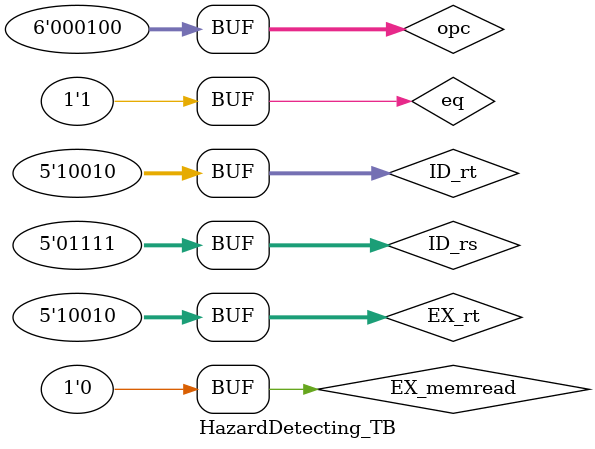
<source format=v>
module HazardDetecting (input EX_memread, eq, input [4:0] ID_rt, ID_rs, EX_rt, input [5:0] opc,
                         output pc_ld, IF_ID_reg_ld, hazard_detected, flush, is_beq, is_bne, is_jmp);
  
  //hazard_detected goes to sel of mux
  
  assign is_beq = (opc == 6'b000100) ? 1'b1 : 1'b0;
  assign is_bne = (opc == 6'b000101) ? 1'b1 : 1'b0;
  
  wire beq_cond, bne_cond;
  assign beq_cond = (is_beq && eq);
  assign bne_cond = (is_bne && ~eq);
  
  assign is_jmp = (opc == 6'b000010) ? 1'b1 : 1'b0;
  
  assign flush = (beq_cond || bne_cond || is_jmp) ? 1'b1 : 1'b0;
  
  wire lw_cond;
  assign lw_cond = ( ((ID_rt == EX_rt)||(ID_rs == EX_rt)) && EX_memread );

  assign hazard_detected = (flush || lw_cond) ? 1'b1 : 1'b0; 
  // 0 will go to control signals if hazard_detected is 1
  
  assign pc_ld = lw_cond ? 1'b0 : 1'b1;
  assign IF_ID_reg_ld = pc_ld;
  
endmodule


module HazardDetecting_TB();
  
  reg EX_memread = 0, eq = 0;
  reg [4:0] ID_rt, ID_rs, EX_rt;
  reg [5:0] opc;
  wire pc_ld, IF_ID_reg_ld, hazard_detected, flush;
  
  HazardDetecting UUT (EX_memread, eq, ID_rt, ID_rs, EX_rt, opc,
                       pc_ld, IF_ID_reg_ld, hazard_detected, flush);
  initial begin
    ID_rt = 5'd10;
    ID_rs = 5'd15;
    EX_rt = 5'd18;
    opc = 6'd0;
    #50;
    EX_memread = 1'b1;
    #50;
    ID_rt = 5'd18;
    #50;
    EX_memread = 0;
    #50;
    opc = 6'b000100;
    #50;
    eq = 1'b1;
    #50;
  end
endmodule
</source>
